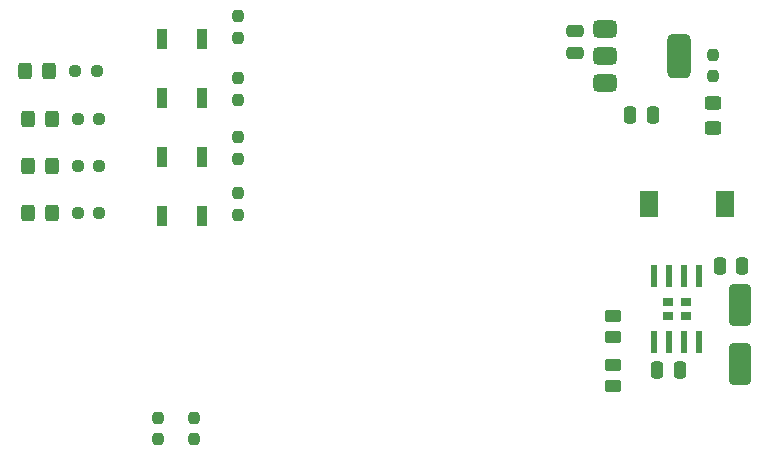
<source format=gbr>
%TF.GenerationSoftware,KiCad,Pcbnew,8.0.1*%
%TF.CreationDate,2024-04-19T02:33:02-07:00*%
%TF.ProjectId,CMOD_A7_Upper,434d4f44-5f41-4375-9f55-707065722e6b,rev?*%
%TF.SameCoordinates,Original*%
%TF.FileFunction,Paste,Top*%
%TF.FilePolarity,Positive*%
%FSLAX46Y46*%
G04 Gerber Fmt 4.6, Leading zero omitted, Abs format (unit mm)*
G04 Created by KiCad (PCBNEW 8.0.1) date 2024-04-19 02:33:02*
%MOMM*%
%LPD*%
G01*
G04 APERTURE LIST*
G04 Aperture macros list*
%AMRoundRect*
0 Rectangle with rounded corners*
0 $1 Rounding radius*
0 $2 $3 $4 $5 $6 $7 $8 $9 X,Y pos of 4 corners*
0 Add a 4 corners polygon primitive as box body*
4,1,4,$2,$3,$4,$5,$6,$7,$8,$9,$2,$3,0*
0 Add four circle primitives for the rounded corners*
1,1,$1+$1,$2,$3*
1,1,$1+$1,$4,$5*
1,1,$1+$1,$6,$7*
1,1,$1+$1,$8,$9*
0 Add four rect primitives between the rounded corners*
20,1,$1+$1,$2,$3,$4,$5,0*
20,1,$1+$1,$4,$5,$6,$7,0*
20,1,$1+$1,$6,$7,$8,$9,0*
20,1,$1+$1,$8,$9,$2,$3,0*%
G04 Aperture macros list end*
%ADD10RoundRect,0.237500X0.237500X-0.250000X0.237500X0.250000X-0.237500X0.250000X-0.237500X-0.250000X0*%
%ADD11RoundRect,0.237500X0.250000X0.237500X-0.250000X0.237500X-0.250000X-0.237500X0.250000X-0.237500X0*%
%ADD12RoundRect,0.250000X-0.325000X-0.450000X0.325000X-0.450000X0.325000X0.450000X-0.325000X0.450000X0*%
%ADD13RoundRect,0.250000X0.475000X-0.250000X0.475000X0.250000X-0.475000X0.250000X-0.475000X-0.250000X0*%
%ADD14RoundRect,0.250000X-0.250000X-0.475000X0.250000X-0.475000X0.250000X0.475000X-0.250000X0.475000X0*%
%ADD15RoundRect,0.250000X0.450000X-0.262500X0.450000X0.262500X-0.450000X0.262500X-0.450000X-0.262500X0*%
%ADD16RoundRect,0.237500X-0.237500X0.250000X-0.237500X-0.250000X0.237500X-0.250000X0.237500X0.250000X0*%
%ADD17R,0.900000X1.700000*%
%ADD18R,0.610000X1.910000*%
%ADD19R,0.930000X0.723000*%
%ADD20R,1.500000X2.200000*%
%ADD21RoundRect,0.250000X0.450000X-0.325000X0.450000X0.325000X-0.450000X0.325000X-0.450000X-0.325000X0*%
%ADD22RoundRect,0.375000X-0.625000X-0.375000X0.625000X-0.375000X0.625000X0.375000X-0.625000X0.375000X0*%
%ADD23RoundRect,0.500000X-0.500000X-1.400000X0.500000X-1.400000X0.500000X1.400000X-0.500000X1.400000X0*%
%ADD24RoundRect,0.250000X0.250000X0.475000X-0.250000X0.475000X-0.250000X-0.475000X0.250000X-0.475000X0*%
%ADD25RoundRect,0.250000X-0.650000X1.500000X-0.650000X-1.500000X0.650000X-1.500000X0.650000X1.500000X0*%
G04 APERTURE END LIST*
D10*
%TO.C,R1*%
X121250000Y-109162500D03*
X121250000Y-107337500D03*
%TD*%
D11*
%TO.C,R11*%
X116025000Y-78000000D03*
X114200000Y-78000000D03*
%TD*%
D12*
%TO.C,D4*%
X110200000Y-82000000D03*
X112250000Y-82000000D03*
%TD*%
D13*
%TO.C,C9*%
X156500000Y-76450000D03*
X156500000Y-74550000D03*
%TD*%
D14*
%TO.C,C7*%
X168800000Y-94500000D03*
X170700000Y-94500000D03*
%TD*%
D15*
%TO.C,R2*%
X159750000Y-104662500D03*
X159750000Y-102837500D03*
%TD*%
D11*
%TO.C,R9*%
X116250000Y-86000000D03*
X114425000Y-86000000D03*
%TD*%
D10*
%TO.C,R16*%
X128000000Y-80412500D03*
X128000000Y-78587500D03*
%TD*%
D16*
%TO.C,R13*%
X168250000Y-76587500D03*
X168250000Y-78412500D03*
%TD*%
D10*
%TO.C,R18*%
X128000000Y-75162500D03*
X128000000Y-73337500D03*
%TD*%
D17*
%TO.C,SW7*%
X124950000Y-75250000D03*
X121550000Y-75250000D03*
%TD*%
D12*
%TO.C,D3*%
X110200000Y-86000000D03*
X112250000Y-86000000D03*
%TD*%
D17*
%TO.C,SW4*%
X124950000Y-90250000D03*
X121550000Y-90250000D03*
%TD*%
D10*
%TO.C,R17*%
X128000000Y-85412500D03*
X128000000Y-83587500D03*
%TD*%
D18*
%TO.C,U1*%
X167060000Y-95327500D03*
X165790000Y-95327500D03*
X164520000Y-95327500D03*
X163250000Y-95327500D03*
X163250000Y-100887500D03*
X164520000Y-100887500D03*
X165790000Y-100887500D03*
X167060000Y-100887500D03*
D19*
X165930000Y-97505000D03*
X164380000Y-97505000D03*
X165930000Y-98710000D03*
X164380000Y-98710000D03*
%TD*%
D20*
%TO.C,L1*%
X169200000Y-89250000D03*
X162800000Y-89250000D03*
%TD*%
D15*
%TO.C,R3*%
X159750000Y-100500000D03*
X159750000Y-98675000D03*
%TD*%
D21*
%TO.C,D6*%
X168250000Y-82775000D03*
X168250000Y-80725000D03*
%TD*%
D22*
%TO.C,U3*%
X159060000Y-74410000D03*
X159060000Y-76710000D03*
D23*
X165360000Y-76710000D03*
D22*
X159060000Y-79010000D03*
%TD*%
D12*
%TO.C,D2*%
X110200000Y-90000000D03*
X112250000Y-90000000D03*
%TD*%
D10*
%TO.C,R4*%
X124250000Y-109162500D03*
X124250000Y-107337500D03*
%TD*%
D12*
%TO.C,D5*%
X109975000Y-78000000D03*
X112025000Y-78000000D03*
%TD*%
D24*
%TO.C,C5*%
X165400000Y-103250000D03*
X163500000Y-103250000D03*
%TD*%
D17*
%TO.C,SW5*%
X124950000Y-80250000D03*
X121550000Y-80250000D03*
%TD*%
D25*
%TO.C,D1*%
X170500000Y-97750000D03*
X170500000Y-102750000D03*
%TD*%
D11*
%TO.C,R8*%
X116250000Y-90000000D03*
X114425000Y-90000000D03*
%TD*%
%TO.C,R10*%
X116250000Y-82000000D03*
X114425000Y-82000000D03*
%TD*%
D17*
%TO.C,SW6*%
X124950000Y-85250000D03*
X121550000Y-85250000D03*
%TD*%
D10*
%TO.C,R15*%
X128000000Y-90162500D03*
X128000000Y-88337500D03*
%TD*%
D24*
%TO.C,C6*%
X163110000Y-81710000D03*
X161210000Y-81710000D03*
%TD*%
M02*

</source>
